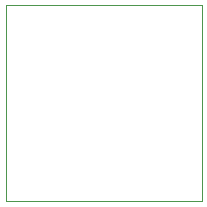
<source format=gbr>
%TF.GenerationSoftware,KiCad,Pcbnew,9.0.2*%
%TF.CreationDate,2025-06-01T13:38:19+02:00*%
%TF.ProjectId,FCB1010_controller,46434231-3031-4305-9f63-6f6e74726f6c,rev?*%
%TF.SameCoordinates,Original*%
%TF.FileFunction,Profile,NP*%
%FSLAX46Y46*%
G04 Gerber Fmt 4.6, Leading zero omitted, Abs format (unit mm)*
G04 Created by KiCad (PCBNEW 9.0.2) date 2025-06-01 13:38:19*
%MOMM*%
%LPD*%
G01*
G04 APERTURE LIST*
%TA.AperFunction,Profile*%
%ADD10C,0.100000*%
%TD*%
G04 APERTURE END LIST*
%TO.C,BRD1*%
D10*
X141700000Y-91700000D02*
X158300000Y-91700000D01*
X158300000Y-108300000D01*
X141700000Y-108300000D01*
X141700000Y-91700000D01*
%TD*%
M02*

</source>
